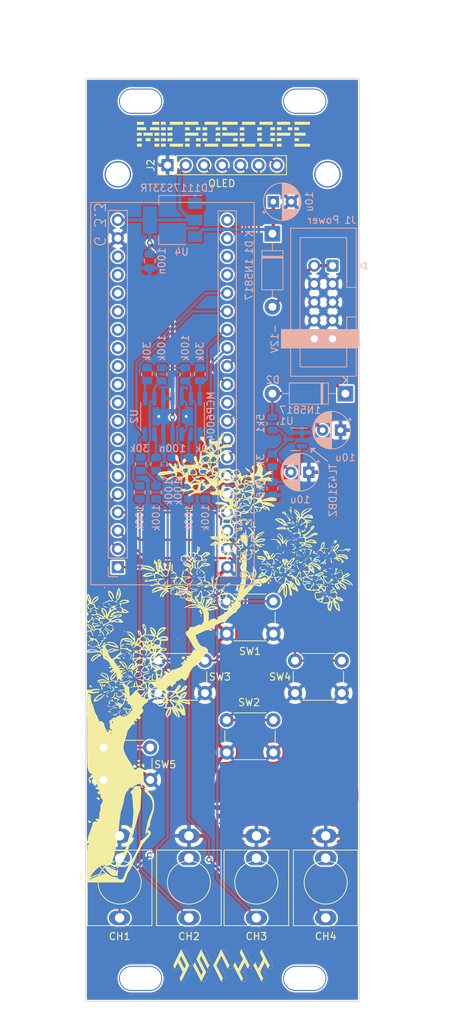
<source format=kicad_pcb>
(kicad_pcb (version 20210228) (generator pcbnew)
  (layers (0 "F.Cu" signal) (31 "B.Cu" signal) (34 "B.Paste" user) (35 "F.Paste" user) (36 "B.SilkS" user "B.Silkscreen") (37 "F.SilkS" user "F.Silkscreen") (38 "B.Mask" user) (39 "F.Mask" user) (44 "Edge.Cuts" user))
  (net 0 "")
  (net 1 "Vref")
  (net 2 "+3V3")
  (net 3 "-12V")
  (net 4 "GND")
  (net 5 "Net-(R4-Pad2)")
  (net 6 "Net-(R6-Pad2)")
  (net 7 "Net-(R2-Pad2)")
  (net 8 "CH1")
  (net 9 "CH2")
  (net 10 "PA0")
  (net 11 "PA1")
  (net 12 "CH4")
  (net 13 "CH3")
  (net 14 "PA3")
  (net 15 "PA2")
  (net 16 "+12V")
  (net 18 "Net-(D1-Pad2)")
  (net 20 "Net-(D2-Pad1)")
  (net 23 "+5V")
  (net 24 "CS")
  (net 25 "SCL")
  (net 26 "SDA")
  (net 27 "DC")
  (net 29 "RES")
  (net 33 "SW1")
  (net 35 "SW2")
  (net 37 "SW3")
  (net 40 "SW4")
  (net 42 "SW5")
  (net 50 "Net-(R12-Pad2)")
  (net 51 "Net-(R14-Pad2)")
  (footprint "kicad_libraries:Thonkiconn" (layer "F.Cu") (at 122.174 142.875 180)
    (fp_text reference "CH1")
    (fp_text value "Thonkiconn")
  )
  (footprint "Button_Switch_THT:SW_PUSH_6mm" (layer "F.Cu") (at 127.56 112.05)
    (fp_text reference "SW3")
    (fp_text value "SW_Push")
  )
  (footprint "Panel Holes:3.2mm slot" (layer "F.Cu") (at 125.095 34.29)
    (fp_text reference "REF**" hide)
    (fp_text value "3.2mm slot")
  )
  (footprint "kicad_libraries:Thonkiconn" (layer "F.Cu") (at 131.826 142.875 180)
    (fp_text reference "CH2")
    (fp_text value "Thonkiconn")
  )
  (footprint "Button_Switch_THT:SW_PUSH_6mm" (layer "F.Cu") (at 137.085 120.305)
    (fp_text reference "SW2")
    (fp_text value "SW_Push")
  )
  (footprint "kicad_libraries:vapor-sun-with-gaps" (layer "F.Cu") (at 145.288 131.318)
    (fp_text reference "G***")
    (fp_text value "LOGO" hide)
  )
  (footprint "Button_Switch_THT:SW_PUSH_6mm" (layer "F.Cu") (at 119.94 124.115)
    (fp_text reference "SW5")
    (fp_text value "SW_Push")
  )
  (footprint "kicad_libraries:cherry tree thinner" (layer "F.Cu") (at 135.636 111.76)
    (fp_text reference "G***")
    (fp_text value "LOGO" hide)
  )
  (footprint "Panel Holes:3.3mm hole" (layer "F.Cu") (at 121.92 44.45)
    (fp_text reference "REF**")
    (fp_text value "3.3mm hole")
  )
  (footprint "Panel Holes:3.2mm slot" (layer "F.Cu") (at 147.955 156.21)
    (fp_text reference "REF**" hide)
    (fp_text value "3.2mm slot")
  )
  (footprint "kicad_libraries:vapor-sun-with-gaps-mask" (layer "F.Cu") (at 145.288 131.318)
    (fp_text reference "G***")
    (fp_text value "LOGO" hide)
  )
  (footprint "kicad_libraries:MICROSCOPE lined" (layer "F.Cu") (at 136.652 38.862)
    (fp_text reference "G***")
    (fp_text value "LOGO" hide)
  )
  (footprint "Panel Holes:3.2mm slot" (layer "F.Cu") (at 125.095 156.21)
    (fp_text reference "REF**" hide)
    (fp_text value "3.2mm slot")
  )
  (footprint "Connector_PinHeader_2.54mm:PinHeader_1x07_P2.54mm_Vertical" (layer "F.Cu") (at 128.845 43.18 90)
    (fp_text reference "J2")
    (fp_text value "OLED")
  )
  (footprint "kicad_libraries:Thonkiconn" (layer "F.Cu") (at 150.876 142.875 180)
    (fp_text reference "CH4")
    (fp_text value "Thonkiconn")
  )
  (footprint "Button_Switch_THT:SW_PUSH_6mm" (layer "F.Cu") (at 146.61 112.05)
    (fp_text reference "SW4")
    (fp_text value "SW_Push")
  )
  (footprint "kicad_libraries:ASCII small" (layer "F.Cu") (at 136.652 154.432)
    (fp_text reference "G***")
    (fp_text value "LOGO" hide)
  )
  (footprint "Panel Holes:3.3mm hole" (layer "F.Cu") (at 151.13 44.45)
    (fp_text reference "REF**")
    (fp_text value "3.3mm hole")
  )
  (footprint "kicad_libraries:Thonkiconn" (layer "F.Cu") (at 141.224 142.875 180)
    (fp_text reference "CH3")
    (fp_text value "Thonkiconn")
  )
  (footprint "Button_Switch_THT:SW_PUSH_6mm" (layer "F.Cu") (at 137.085 103.795)
    (fp_text reference "SW1")
    (fp_text value "SW_Push")
  )
  (footprint "Panel Holes:3.2mm slot" (layer "F.Cu") (at 147.955 34.29)
    (fp_text reference "REF**" hide)
    (fp_text value "3.2mm slot")
  )
  (footprint "Capacitor_SMD:C_0805_2012MetricVal" (layer "B.Cu") (at 126.365 56.515 -90)
    (fp_text reference "C9")
    (fp_text value "100n")
  )
  (footprint "Package_TO_SOT_SMD:SOT-23" (layer "B.Cu") (at 146.63 81.28 180)
    (fp_text reference "U1")
    (fp_text value "TL431DBZ")
  )
  (footprint "Diode_THT:D_DO-41_SOD81_P10.16mm_Horizontal" (layer "B.Cu") (at 143.455 52.705 -90)
    (fp_text reference "D1")
    (fp_text value "1N5817")
  )
  (footprint "Resistor_SMD:R_0805_2012MetricValue" (layer "B.Cu") (at 125.095 84.7325 90)
    (fp_text reference "R8")
    (fp_text value "30k")
  )
  (footprint "Resistor_SMD:R_0805_2012MetricValue" (layer "B.Cu") (at 131.826 88.646 90)
    (fp_text reference "R12")
    (fp_text value "100k")
  )
  (footprint "Resistor_SMD:R_0805_2012MetricValue" (layer "B.Cu") (at 134.112 88.646 90)
    (fp_text reference "R14")
    (fp_text value "100k")
  )
  (footprint "Capacitor_THT:CP_Radial_D5.0mm_P2.50mm" (layer "B.Cu") (at 148.525113 85.852 180)
    (fp_text reference "C1")
    (fp_text value "10u")
  )
  (footprint "Connector_IDC:IDC-Header_2x05_P2.54mm_Vertical" (layer "B.Cu") (at 151.8275 57.15 180)
    (fp_text reference "J1")
    (fp_text value "Power")
  )
  (footprint "Resistor_SMD:R_0805_2012MetricValue" (layer "B.Cu") (at 134.112 84.7325 90)
    (fp_text reference "R16")
    (fp_text value "30k")
  )
  (footprint "Resistor_SMD:R_0805_2012MetricValue" (layer "B.Cu") (at 143.455 84.185 90)
    (fp_text reference "R3")
    (fp_text value "3k")
  )
  (footprint "Resistor_SMD:R_0805_2012MetricValue" (layer "B.Cu") (at 124.968 88.646 90)
    (fp_text reference "R6")
    (fp_text value "100k")
  )
  (footprint "Diode_THT:D_DO-41_SOD81_P10.16mm_Horizontal" (layer "B.Cu") (at 153.615 74.93 180)
    (fp_text reference "D2")
    (fp_text value "1N5817")
  )
  (footprint "Capacitor_THT:CP_Radial_D5.0mm_P2.50mm" (layer "B.Cu") (at 152.94 80.01 180)
    (fp_text reference "C8")
    (fp_text value "10u")
  )
  (footprint "Resistor_SMD:R_0805_2012MetricValue" (layer "B.Cu") (at 133.35 72.2395 -90)
    (fp_text reference "R17")
    (fp_text value "30k")
  )
  (footprint "Resistor_SMD:R_0805_2012MetricValue" (layer "B.Cu") (at 127.254 84.7325 90)
    (fp_text reference "R5")
    (fp_text value "100k")
  )
  (footprint "Resistor_SMD:R_0805_2012MetricValue" (layer "B.Cu") (at 125.984 72.2395 -90)
    (fp_text reference "R9")
    (fp_text value "30k")
  )
  (footprint "Resistor_SMD:R_0805_2012MetricValue" (layer "B.Cu") (at 143.455 88.138 90)
    (fp_text reference "R2")
    (fp_text value "3k6")
  )
  (footprint "Package_SO:SOIC-14_3.9x8.7mm_P1.27mm" (layer "B.Cu") (at 129.54 78.105 90)
    (fp_text reference "U2")
    (fp_text value "MCP6004")
  )
  (footprint "kicad_libraries:YAAJ_BluePill_2" (layer "B.Cu") (at 121.92 99.06)
    (fp_text reference "U3")
    (fp_text value "YAAJ_BluePill" hide)
  )
  (footprint "Resistor_SMD:R_0805_2012MetricValue" (layer "B.Cu") (at 127.254 88.646 90)
    (fp_text reference "R4")
    (fp_text value "100k")
  )
  (footprint "Resistor_SMD:R_0805_2012MetricValue" (layer "B.Cu") (at 143.455 79.105 90)
    (fp_text reference "R1")
    (fp_text value "5k1")
  )
  (footprint "Capacitor_THT:CP_Radial_D5.0mm_P2.50mm" (layer "B.Cu") (at 143.574888 48.26)
    (fp_text reference "C7")
    (fp_text value "10u")
  )
  (footprint "Package_TO_SOT_SMD:SOT-223-3_TabPin2" (layer "B.Cu") (at 129.54 50.8 180)
    (fp_text reference "U4")
    (fp_text value "LD1117S33TR")
  )
  (footprint "Resistor_SMD:R_0805_2012MetricValue" (layer "B.Cu") (at 131.826 84.77 90)
    (fp_text reference "R13")
    (fp_text value "100k")
  )
  (footprint "Resistor_SMD:R_0805_2012MetricValue" (layer "B.Cu") (at 128.016 72.2395 -90)
    (fp_text reference "R7")
    (fp_text value "100k")
  )
  (footprint "Capacitor_SMD:C_0805_2012MetricVal" (layer "B.Cu") (at 129.54 84.77 -90)
    (fp_text reference "C2")
    (fp_text value "100n")
  )
  (footprint "Resistor_SMD:R_0805_2012MetricValue" (layer "B.Cu") (at 131.318 72.2395 -90)
    (fp_text reference "R15")
    (fp_text value "100k")
  )
  (gr_line (start 127.762 86.36) (end 129.032 86.868) (layer "B.SilkS") (width 0.15))
  (gr_line (start 151.13 84.328) (end 148.844 82.55) (layer "B.SilkS") (width 0.15))
  (gr_line (start 149.352 82.55) (end 148.844 83.058) (layer "B.SilkS") (width 0.15))
  (gr_line (start 130.048 86.868) (end 131.064 86.36) (layer "B.SilkS") (width 0.15))
  (gr_line (start 131.064 86.36) (end 130.81 86.868) (layer "B.SilkS") (width 0.15))
  (gr_rect (start 155.52 68.58) (end 144.725 66.04) (layer "B.SilkS") (width 0.15) (fill solid))
  (gr_line (start 128.27 86.868) (end 127.762 86.36) (layer "B.SilkS") (width 0.15))
  (gr_line (start 148.844 83.058) (end 148.844 82.55) (layer "B.SilkS") (width 0.15))
  (gr_line (start 148.844 82.55) (end 149.352 82.55) (layer "B.SilkS") (width 0.15))
  (gr_rect (start 117.42 31.115) (end 155.575 159.385) (layer "Edge.Cuts") (width 0.1) (fill none))
  (gr_text "G G 3.3" (at 139.7 96.52 270) (layer "B.SilkS") (effects (font (size 1.5 1.5)) (justify mirror)))
  (gr_text "G 3.3" (at 119.38 51.435 270) (layer "B.SilkS") (effects (font (size 1.5 1.5)) (justify mirror)))
  (gr_text "-12V" (at 143.764 67.31 90) (layer "B.SilkS") (effects (font (size 1 1)) (justify mirror)))
  (segment (start 131.318 71.648502) (end 130.20568 72.760822) (width 0.3048) (layer "B.Cu") (net 1))
  (segment (start 131.826 85.6825) (end 130.82168 86.68682) (width 0.3048) (layer "B.Cu") (net 1))
  (segment (start 135.705619 88.646) (end 136.60593 87.745689) (width 0.3048) (layer "B.Cu") (net 1))
  (segment (start 143.455 80.0175) (end 144.43 80.0175) (width 0.3048) (layer "B.Cu") (net 1))
  (segment (start 130.20568 72.760822) (end 130.20568 76.650258) (width 0.3048) (layer "B.Cu") (net 1))
  (segment (start 143.455 83.281887) (end 146.025113 85.852) (width 0.3048) (layer "B.Cu") (net 1))
  (segment (start 130.20568 81.600258) (end 130.82168 82.216258) (width 0.3048) (layer "B.Cu") (net 1))
  (segment (start 144.43 80.0175) (end 145.6925 81.28) (width 0.3048) (layer "B.Cu") (net 1))
  (segment (start 130.82168 84.67818) (end 131.05918 84.91568) (width 0.3048) (layer "B.Cu") (net 1))
  (segment (start 128.016 71.327) (end 131.318 71.327) (width 0.3048) (layer "B.Cu") (net 1))
  (segment (start 138.981811 87.745689) (end 143.455 83.2725) (width 0.3048) (layer "B.Cu") (net 1))
  (segment (start 143.7 83.2725) (end 145.6925 81.28) (width 0.3048) (layer "B.Cu") (net 1))
  (segment (start 143.455 83.2725) (end 143.455 83.281887) (width 0.3048) (layer "B.Cu") (net 1))
  (segment (start 136.60593 87.745689) (end 138.981811 87.745689) (width 0.3048) (layer "B.Cu") (net 1))
  (segment (start 130.20568 79.559742) (end 130.20568 81.600258) (width 0.3048) (layer "B.Cu") (net 1))
  (segment (start 131.05918 84.91568) (end 131.826 85.6825) (width 0.3048) (layer "B.Cu") (net 1))
  (segment (start 127.254 85.645) (end 127.98332 84.91568) (width 0.3048) (layer "B.Cu") (net 1))
  (segment (start 130.464742 79.30068) (end 130.20568 79.559742) (width 0.3048) (layer "B.Cu") (net 1))
  (segment (start 127.98332 84.91568) (end 131.05918 84.91568) (width 0.3048) (layer "B.Cu") (net 1))
  (segment (start 143.455 83.2725) (end 143.7 83.2725) (width 0.3048) (layer "B.Cu") (net 1))
  (segment (start 130.20568 76.650258) (end 130.464742 76.90932) (width 0.3048) (layer "B.Cu") (net 1))
  (segment (start 131.318 71.327) (end 131.318 71.648502) (width 0.3048) (layer "B.Cu") (net 1))
  (segment (start 130.82168 82.216258) (end 130.82168 84.67818) (width 0.3048) (layer "B.Cu") (net 1))
  (segment (start 130.464742 76.90932) (end 130.464742 79.30068) (width 0.3048) (layer "B.Cu") (net 1))
  (segment (start 130.82168 86.68682) (end 130.82168 88.232678) (width 0.3048) (layer "B.Cu") (net 1))
  (segment (start 130.82168 88.232678) (end 131.235002 88.646) (width 0.3048) (layer "B.Cu") (net 1))
  (segment (start 131.235002 88.646) (end 135.705619 88.646) (width 0.3048) (layer "B.Cu") (net 1))
  (segment (start 126.365 53.975) (end 129.54 57.15) (width 0.4572) (layer "F.Cu") (net 2))
  (segment (start 129.54 57.15) (end 129.54 78.232) (width 0.4572) (layer "F.Cu") (net 2))
  (via (at 129.54 78.232) (size 0.8) (drill 0.4) (layers "F.Cu" "B.Cu") (net 2))
  (via (at 126.365 53.975) (size 0.8) (drill 0.4) (layers "F.Cu" "B.Cu") (net 2))
  (segment (start 121.92 50.8) (end 126.39 50.8) (width 0.4572) (layer "B.Cu") (net 2))
  (segment (start 131.385 43.18) (end 130.535 44.03) (width 0.4572) (layer "B.Cu") (net 2))
  (segment (start 130.535 44.03) (end 130.535 49.255) (width 0.4572) (layer "B.Cu") (net 2))
  (segment (start 129.54 83.82) (end 129.54 80.58) (width 0.4572) (layer "B.Cu") (net 2))
  (segment (start 132.08 50.8) (end 132.69 50.8) (width 0.4572) (layer "B.Cu") (net 2))
  (segment (start 126.365 53.975) (end 126.365 50.825) (width 0.4572) (layer "B.Cu") (net 2))
  (segment (start 130.535 49.255) (end 132.08 50.8) (width 0.4572) (layer "B.Cu") (net 2))
  (segment (start 126.39 50.8) (end 132.69 50.8) (width 0.4572) (layer "B.Cu") (net 2))
  (segment (start 129.54 80.58) (end 129.54 78.232) (width 0.4572) (layer "B.Cu") (net 2))
  (segment (start 126.365 55.565) (end 126.365 53.975) (width 0.4572) (layer "B.Cu") (net 2))
  (segment (start 126.365 50.825) (end 126.39 50.8) (width 0.4572) (layer "B.Cu") (net 2))
  (segment (start 143.455 74.93) (end 145.36 74.93) (width 0.4572) (layer "F.Cu") (net 3))
  (segment (start 145.36 74.93) (end 150.44 80.01) (width 0.4572) (layer "F.Cu") (net 3))
  (segment (start 143.455 74.93) (end 143.455 78.1925) (width 0.4572) (layer "B.Cu") (net 3))
  (via (at 131.445 78.105) (size 0.8) (drill 0.4) (layers "F.Cu" "B.Cu") (net 4))
  (via (at 127.635 78.105) (size 0.8) (drill 0.4) (layers "F.Cu" "B.Cu") (net 4))
  (segment (start 130.81 80.58) (end 131.445 79.945) (width 0.3048) (layer "B.Cu") (net 4))
  (segment (start 131.445 79.945) (end 131.445 78.105) (width 0.3048) (layer "B.Cu") (net 4))
  (segment (start 131.445 76.265) (end 131.445 78.105) (width 0.3048) (layer "B.Cu") (net 4))
  (segment (start 130.81 75.63) (end 131.445 76.265) (width 0.3048) (layer "B.Cu") (net 4))
  (segment (start 125.750502 85.645) (end 127.254 87.148498) (width 0.3048) (layer "B.Cu") (net 5))
  (segment (start 125.095 85.645) (end 125.429 85.645) (width 0.3048) (layer "B.Cu") (net 5))
  (segment (start 127.254 87.148498) (end 127.254 87.7335) (width 0.3048) (layer "B.Cu") (net 5))
  (segment (start 127.254 80.834) (end 127 80.58) (width 0.3048) (layer "B.Cu") (net 5))
  (segment (start 125.095 85.645) (end 125.750502 85.645) (width 0.3048) (layer "B.Cu") (net 5))
  (segment (start 125.429 85.645) (end 127.254 83.82) (width 0.3048) (layer "B.Cu") (net 5))
  (segment (start 127.254 83.82) (end 127.254 80.834) (width 0.3048) (layer "B.Cu") (net 5))
  (segment (start 127 74.168) (end 128.016 73.152) (width 0.3048) (layer "B.Cu") (net 6))
  (segment (start 126.191 71.327) (end 128.016 73.152) (width 0.3048) (layer "B.Cu") (net 6))
  (segment (start 126.39568 76.23432) (end 127 75.63) (width 0.3048) (layer "B.Cu") (net 6))
  (segment (start 126.238 81.696578) (end 126.39568 81.538898) (width 0.3048) (layer "B.Cu") (net 6))
  (segment (start 127 75.63) (end 127 74.168) (width 0.3048) (layer "B.Cu") (net 6))
  (segment (start 126.238 84.180498) (end 126.238 81.696578) (width 0.3048) (layer "B.Cu") (net 6))
  (segment (start 124.968 87.7335) (end 124.09068 86.85618) (width 0.3048) (layer "B.Cu") (net 6))
  (segment (start 124.09068 86.85618) (end 124.09068 85.145822) (width 0.3048) (layer "B.Cu") (net 6))
  (segment (start 126.39568 81.538898) (end 126.39568 76.23432) (width 0.3048) (layer "B.Cu") (net 6))
  (segment (start 125.781678 84.63682) (end 126.238 84.180498) (width 0.3048) (layer "B.Cu") (net 6))
  (segment (start 125.984 71.327) (end 126.191 71.327) (width 0.3048) (layer "B.Cu") (net 6))
  (segment (start 124.599682 84.63682) (end 125.781678 84.63682) (width 0.3048) (layer "B.Cu") (net 6))
  (segment (start 124.09068 85.145822) (end 124.599682 84.63682) (width 0.3048) (layer "B.Cu") (net 6))
  (segment (start 143.455 87.2255) (end 146.285994 87.2255) (width 0.3048) (layer "B.Cu") (net 7))
  (segment (start 143.455 85.0975) (end 143.455 87.2255) (width 0.3048) (layer "B.Cu") (net 7))
  (segment (start 146.285994 87.2255) (end 147.32 86.191494) (width 0.3048) (layer "B.Cu") (net 7))
  (segment (start 147.32 82.4775) (end 147.5675 82.23) (width 0.3048) (layer "B.Cu") (net 7))
  (segment (start 147.32 86.191494) (end 147.32 82.4775) (width 0.3048) (layer "B.Cu") (net 7))
  (segment (start 122.174 143.256) (end 122.174 147.795) (width 0.3048) (layer "F.Cu") (net 8))
  (segment (start 126.365 139.065) (end 122.174 143.256) (width 0.3048) (layer "F.Cu") (net 8))
  (via (at 126.365 139.065) (size 0.8) (drill 0.4) (layers "F.Cu" "B.Cu") (net 8))
  (segment (start 127.254 89.5585) (end 128.864311 91.168811) (width 0.3048) (layer "B.Cu") (net 8))
  (segment (start 128.864311 91.168811) (end 128.864311 136.565689) (width 0.3048) (layer "B.Cu") (net 8))
  (segment (start 128.864311 136.565689) (end 126.365 139.065) (width 0.3048) (layer "B.Cu") (net 8))
  (segment (start 131.826 147.795) (end 124.968 140.937) (width 0.3048) (layer "B.Cu") (net 9))
  (segment (start 124.968 140.937) (end 124.968 89.5585) (width 0.3048) (layer "B.Cu") (net 9))
  (segment (start 134.201603 60.96) (end 137.16 60.96) (width 0.3048) (layer "B.Cu") (net 10))
  (segment (start 125.73 80.58) (end 124.52296 79.37296) (width 0.3048) (layer "B.Cu") (net 10))
  (segment (start 124.52296 79.37296) (end 124.52296 70.638643) (width 0.3048) (layer "B.Cu") (net 10))
  (segment (start 125.095 81.215) (end 125.73 80.58) (width 0.3048) (layer "B.Cu") (net 10))
  (segment (start 125.095 83.82) (end 125.095 81.215) (width 0.3048) (layer "B.Cu") (net 10))
  (segment (start 124.52296 70.638643) (end 134.201603 60.96) (width 0.3048) (layer "B.Cu") (net 10))
  (segment (start 125.73 75.63) (end 125.73 73.406) (width 0.3048) (layer "B.Cu") (net 11))
  (segment (start 124.97968 70.827822) (end 132.307502 63.5) (width 0.3048) (layer "B.Cu") (net 11))
  (segment (start 125.984 73.152) (end 124.97968 72.14768) (width 0.3048) (layer "B.Cu") (net 11))
  (segment (start 125.73 73.406) (end 125.984 73.152) (width 0.3048) (layer "B.Cu") (net 11))
  (segment (start 124.97968 72.14768) (end 124.97968 70.827822) (width 0.3048) (layer "B.Cu") (net 11))
  (segment (start 132.307502 63.5) (end 137.16 63.5) (width 0.3048) (layer "B.Cu") (net 11))
  (segment (start 148.496 145.415) (end 150.876 147.795) (width 0.3048) (layer "F.Cu") (net 12))
  (segment (start 140.335 145.415) (end 148.496 145.415) (width 0.3048) (layer "F.Cu") (net 12))
  (segment (start 134.62 139.7) (end 140.335 145.415) (width 0.3048) (layer "F.Cu") (net 12))
  (via (at 134.62 139.7) (size 0.8) (drill 0.4) (layers "F.Cu" "B.Cu") (net 12))
  (segment (start 134.62 136.844413) (end 134.62 139.7) (width 0.3048) (layer "B.Cu") (net 12))
  (segment (start 131.826 89.5585) (end 131.826 134.050413) (width 0.3048) (layer "B.Cu") (net 12))
  (segment (start 131.826 134.050413) (end 134.62 136.844413) (width 0.3048) (layer "B.Cu") (net 12))
  (segment (start 135.780689 142.351689) (end 135.780689 91.227189) (width 0.3048) (layer "B.Cu") (net 13))
  (segment (start 135.780689 91.227189) (end 134.112 89.5585) (width 0.3048) (layer "B.Cu") (net 13))
  (segment (start 141.224 147.795) (end 135.780689 142.351689) (width 0.3048) (layer "B.Cu") (net 13))
  (segment (start 134.112 81.342) (end 133.35 80.58) (width 0.3048) (layer "B.Cu") (net 14))
  (segment (start 133.35 80.58) (end 134.874 79.056) (width 0.3048) (layer "B.Cu") (net 14))
  (segment (start 135.382 70.358) (end 137.16 68.58) (width 0.3048) (layer "B.Cu") (net 14))
  (segment (start 134.112 83.82) (end 134.112 81.342) (width 0.3048) (layer "B.Cu") (net 14))
  (segment (start 134.874 70.866) (end 137.16 68.58) (width 0.3048) (layer "B.Cu") (net 14))
  (segment (start 134.874 79.056) (end 134.874 70.866) (width 0.3048) (layer "B.Cu") (net 14))
  (segment (start 134.05 73.152) (end 133.35 73.152) (width 0.3048) (layer "B.Cu") (net 15))
  (segment (start 134.35432 72.84768) (end 134.05 73.152) (width 0.3048) (layer "B.Cu") (net 15))
  (segment (start 133.35 75.63) (end 133.35 73.152) (width 0.3048) (layer "B.Cu") (net 15))
  (segment (start 136.906 66.04) (end 134.35432 68.59168) (width 0.3048) (layer "B.Cu") (net 15))
  (segment (start 134.35432 68.59168) (end 134.35432 72.84768) (width 0.3048) (layer "B.Cu") (net 15))
  (segment (start 137.16 66.04) (end 136.906 66.04) (width 0.3048) (layer "B.Cu") (net 15))
  (segment (start 143.574888 48.26) (end 143.574888 52.585112) (width 0.4572) (layer "F.Cu") (net 16))
  (segment (start 143.574888 52.585112) (end 143.455 52.705) (width 0.4572) (layer "F.Cu") (net 16))
  (segment (start 142.859489 52.109489) (end 143.455 52.705) (width 0.4572) (layer "B.Cu") (net 16))
  (segment (start 133.680511 52.109489) (end 142.859489 52.109489) (width 0.4572) (layer "B.Cu") (net 16))
  (segment (start 132.69 53.1) (end 133.680511 52.109489) (width 0.4572) (layer "B.Cu") (net 16))
  (segment (start 149.17 57.15) (end 149.2875 57.15) (width 0.4572) (layer "F.Cu") (net 18))
  (segment (start 143.455 62.865) (end 149.17 57.15) (width 0.4572) (layer "F.Cu") (net 18))
  (segment (start 149.2875 57.15) (end 151.8275 57.15) (width 0.4572) (layer "F.Cu") (net 18))
  (segment (start 151.8275 73.1425) (end 153.615 74.93) (width 0.4572) (layer "F.Cu") (net 20))
  (segment (start 151.8275 67.31) (end 151.8275 73.1425) (width 0.4572) (layer "F.Cu") (net 20))
  (segment (start 149.2875 67.31) (end 151.8275 67.31) (width 0.4572) (layer "F.Cu") (net 20))
  (segment (start 140.462 67.818) (end 140.462 46.345381) (width 0.3048) (layer "F.Cu") (net 24))
  (segment (start 137.16 71.12) (end 140.462 67.818) (width 0.3048) (layer "F.Cu") (net 24))
  (segment (start 137.850689 42.62593) (end 138.45093 42.025689) (width 0.3048) (layer "F.Cu") (net 24))
  (segment (start 137.850689 43.73407) (end 137.850689 42.62593) (width 0.3048) (layer "F.Cu") (net 24))
  (segment (start 137.850689 43.505311) (end 137.850689 42.62593) (width 0.3048) (layer "F.Cu") (net 24))
  (segment (start 138.45093 42.025689) (end 142.930689 42.025689) (width 0.3048) (layer "F.Cu") (net 24))
  (segment (start 140.462 46.345381) (end 137.850689 43.73407) (width 0.3048) (layer "F.Cu") (net 24))
  (segment (start 142.930689 42.025689) (end 144.085 43.18) (width 0.3048) (layer "F.Cu") (net 24))
  (segment (start 139.49728 65.98872) (end 139.49728 48.75228) (width 0.3048) (layer "F.Cu") (net 25))
  (segment (start 139.49728 48.75228) (end 133.925 43.18) (width 0.3048) (layer "F.Cu") (net 25))
  (segment (start 138.176 67.31) (end 139.49728 65.98872) (width 0.3048) (layer "F.Cu") (net 25))
  (segment (start 135.128 71.628) (end 135.128 68.903619) (width 0.3048) (layer "F.Cu") (net 25))
  (segment (start 135.128 71.628) (end 137.16 73.66) (width 0.3048) (layer "F.Cu") (net 25))
  (segment (start 136.721619 67.31) (end 138.176 67.31) (width 0.3048) (layer "F.Cu") (net 25))
  (segment (start 135.128 68.903619) (end 136.721619 67.31) (width 0.3048) (layer "F.Cu") (net 25))
  (segment (start 139.954 67.6801) (end 137.668411 69.965689) (width 0.3048) (layer "F.Cu") (net 26))
  (segment (start 138.314311 72.874552) (end 138.314311 77.585689) (width 0.3048) (layer "F.Cu") (net 26))
  (segment (start 136.465 43.18) (end 136.652 43.18) (width 0.3048) (layer "F.Cu") (net 26))
  (segment (start 137.393969 44.175969) (end 139.954 46.736) (width 0.3048) (layer "F.Cu") (net 26))
  (segment (start 137.71407 72.274311) (end 138.314311 72.874552) (width 0.3048) (layer "F.Cu") (net 26))
  (segment (start 136.005689 71.674069) (end 136.60593 72.274311) (width 0.3048) (layer "F.Cu") (net 26))
  (segment (start 138.314311 77.585689) (end 137.16 78.74) (width 0.3048) (layer "F.Cu") (net 26))
  (segment (start 139.954 46.736) (end 139.954 67.6801) (width 0.3048) (layer "F.Cu") (net 26))
  (segment (start 136.005689 70.56593) (end 136.005689 71.674069) (width 0.3048) (layer "F.Cu") (net 26))
  (segment (start 137.393969 43.921969) (end 137.393969 44.175969) (width 0.3048) (layer "F.Cu") (net 26))
  (segment (start 136.60593 69.965689) (end 136.005689 70.56593) (width 0.3048) (layer "F.Cu") (net 26))
  (segment (start 136.005689 71.674069) (end 136.43281 72.10119) (width 0.3048) (layer "F.Cu") (net 26))
  (segment (start 136.652 43.18) (end 137.393969 43.921969) (width 0.3048) (layer "F.Cu") (net 26))
  (segment (start 137.668411 69.965689) (end 136.60593 69.965689) (width 0.3048) (layer "F.Cu") (net 26))
  (segment (start 136.60593 72.274311) (end 137.71407 72.274311) (width 0.3048) (layer "F.Cu") (net 26))
  (segment (start 136.005689 84.443689) (end 136.536311 84.974311) (width 0.3048) (layer "F.Cu") (net 27))
  (segment (start 136.005689 82.434311) (end 136.005689 84.443689) (width 0.3048) (layer "F.Cu") (net 27))
  (segment (start 136.536311 84.974311) (end 137.71407 84.974311) (width 0.3048) (layer "F.Cu") (net 27))
  (segment (start 141.545 81.143381) (end 141.545 43.18) (width 0.3048) (layer "F.Cu") (net 27))
  (segment (start 137.71407 84.974311) (end 141.545 81.143381) (width 0.3048) (layer "F.Cu") (net 27))
  (segment (start 137.16 81.28) (end 136.005689 82.434311) (width 0.3048) (layer "F.Cu") (net 27))
  (segment (start 140.97 45.145) (end 140.97 80.01) (width 0.3048) (layer "F.Cu") (net 29))
  (segment (start 140.97 80.01) (end 137.16 83.82) (width 0.3048) (layer "F.Cu") (net 29))
  (segment (start 139.005 43.18) (end 140.97 45.145) (width 0.3048) (layer "F.Cu") (net 29))
  (segment (start 121.92 99.06) (end 132.35 99.06) (width 0.3048) (layer "F.Cu") (net 33))
  (segment (start 132.35 99.06) (end 137.085 103.795) (width 0.3048) (layer "F.Cu") (net 33))
  (segment (start 143.585 103.795) (end 137.085 103.795) (width 0.3048) (layer "B.Cu") (net 33))
  (segment (start 139.7 117.69) (end 137.085 120.305) (width 0.3048) (layer "F.Cu") (net 35))
  (segment (start 137.598381 95.25) (end 139.7 97.351619) (width 0.3048) (layer "F.Cu") (net 35))
  (segment (start 139.7 117.69) (end 138.43 118.96) (width 0.3048) (layer "F.Cu") (net 35))
  (segment (start 122.358381 92.71) (end 124.898381 95.25) (width 0.3048) (layer "F.Cu") (net 35))
  (segment (start 120.765689 93.42593) (end 121.481619 92.71) (width 0.3048) (layer "F.Cu") (net 35))
  (segment (start 120.765689 95.365689) (end 120.765689 93.42593) (width 0.3048) (layer "F.Cu") (net 35))
  (segment (start 143.585 120.305) (end 137.085 120.305) (width 0.3048) (layer "F.Cu") (net 35))
  (segment (start 124.898381 95.25) (end 137.598381 95.25) (width 0.3048) (layer "F.Cu") (net 35))
  (segment (start 121.481619 92.71) (end 122.358381 92.71) (width 0.3048) (layer "F.Cu") (net 35))
  (segment (start 139.7 97.351619) (end 139.7 117.69) (width 0.3048) (layer "F.Cu") (net 35))
  (segment (start 121.92 96.52) (end 120.765689 95.365689) (width 0.3048) (layer "F.Cu") (net 35))
  (segment (start 125.73 97.79) (end 121.92 93.98) (width 0.3048) (layer "F.Cu") (net 37))
  (segment (start 138.43 98.621619) (end 137.598381 97.79) (width 0.3048) (layer "F.Cu") (net 37))
  (segment (start 135.474213 112.05) (end 138.43 109.094213) (width 0.3048) (layer "F.Cu") (net 37))
  (segment (start 137.598381 97.79) (end 125.73 97.79) (width 0.3048) (layer "F.Cu") (net 37))
  (segment (start 134.06 112.05) (end 127.56 112.05) (width 0.3048) (layer "F.Cu") (net 37))
  (segment (start 134.06 112.05) (end 135.474213 112.05) (width 0.3048) (layer "F.Cu") (net 37))
  (segment (start 138.43 109.094213) (end 138.43 98.621619) (width 0.3048) (layer "F.Cu") (net 37))
  (segment (start 153.11 112.05) (end 146.61 112.05) (width 0.3048) (layer "F.Cu") (net 40))
  (segment (start 121.92 91.44) (end 135.486378 91.44) (width 0.3048) (layer "F.Cu") (net 40))
  (segment (start 135.486378 91.44) (end 136.640689 92.594311) (width 0.3048) (layer "F.Cu") (net 40))
  (segment (start 146.61 101.525) (end 137.679311 92.594311) (width 0.3048) (layer "F.Cu") (net 40))
  (segment (start 146.61 112.05) (end 146.61 101.525) (width 0.3048) (layer "F.Cu") (net 40))
  (segment (start 137.679311 92.594311) (end 136.640689 92.594311) (width 0.3048) (layer "F.Cu") (net 40))
  (segment (start 119.94 90.88) (end 119.94 124.115) (width 0.3048) (layer "F.Cu") (net 42))
  (segment (start 126.44 124.115) (end 119.94 124.115) (width 0.3048) (layer "F.Cu") (net 42))
  (segment (start 121.92 88.9) (end 119.94 90.88) (width 0.3048) (layer "F.Cu") (net 42))
  (segment (start 132.64282 86.91668) (end 132.84032 86.91668) (width 0.3048) (layer "B.Cu") (net 50))
  (segment (start 131.826 80.834) (end 132.08 80.58) (width 0.3048) (layer "B.Cu") (net 50))
  (segment (start 131.826 87.7335) (end 132.64282 86.91668) (width 0.3048) (layer "B.Cu") (net 50))
  (segment (start 133.291998 85.645) (end 134.112 85.645) (width 0.3048) (layer "B.Cu") (net 50))
  (segment (start 131.826 83.8575) (end 131.826 84.179002) (width 0.3048) (layer "B.Cu") (net 50))
  (segment (start 132.84032 86.91668) (end 134.112 85.645) (width 0.3048) (layer "B.Cu") (net 50))
  (segment (start 131.826 83.8575) (end 131.826 80.834) (width 0.3048) (layer "B.Cu") (net 50))
  (segment (start 131.826 84.179002) (end 133.291998 85.645) (width 0.3048) (layer "B.Cu") (net 50))
  (segment (start 131.318 73.152) (end 131.525 73.152) (width 0.3048) (layer "B.Cu") (net 51))
  (segment (start 132.74568 81.600258) (end 132.74568 76.29568) (width 0.3048) (layer "B.Cu") (net 51))
  (segment (start 134.607318 84.63682) (end 133.425322 84.63682) (width 0.3048) (layer "B.Cu") (net 51))
  (segment (start 131.318 73.152) (end 132.08 73.914) (width 0.3048) (layer "B.Cu") (net 51))
  (segment (start 132.842 81.696578) (end 132.74568 81.600258) (width 0.3048) (layer "B.Cu") (net 51))
  (segment (start 132.08 73.914) (end 132.08 75.63) (width 0.3048) (layer "B.Cu") (net 51))
  (segment (start 134.112 87.7335) (end 135.11632 86.72918) (width 0.3048) (layer "B.Cu") (net 51))
  (segment (start 135.11632 85.145822) (end 134.607318 84.63682) (width 0.3048) (layer "B.Cu") (net 51))
  (segment (start 132.842 84.053498) (end 132.842 81.696578) (width 0.3048) (layer "B.Cu") (net 51))
  (segment (start 133.425322 84.63682) (end 132.842 84.053498) (width 0.3048) (layer "B.Cu") (net 51))
  (segment (start 131.525 73.152) (end 133.35 71.327) (width 0.3048) (layer "B.Cu") (net 51))
  (segment (start 135.11632 86.72918) (end 135.11632 85.145822) (width 0.3048) (layer "B.Cu") (net 51))
  (segment (start 132.74568 76.29568) (end 132.08 75.63) (width 0.3048) (layer "B.Cu") (net 51))
  (zone (net 4) (net_name "GND") (layer "F.Cu") (connect_pads (clearance 0.2032)) (min_thickness 0.254) (fill yes (thermal_gap 0.508) (thermal_bridge_width 0.508))
    (polygon (pts (xy 155.52 159.385) (xy 117.42 159.385) (xy 117.42 31.115) (xy 155.52 31.115)))
  )
  (zone (net 4) (net_name "GND") (layer "B.Cu") (connect_pads (clearance 0.2032)) (min_thickness 0.254) (fill yes (thermal_gap 0.508) (thermal_bridge_width 0.508))
    (polygon (pts (xy 155.52 159.385) (xy 117.42 159.385) (xy 117.42 31.115) (xy 155.52 31.115)))
  )
)
</source>
